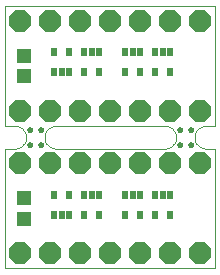
<source format=gbs>
G75*
%MOIN*%
%OFA0B0*%
%FSLAX24Y24*%
%IPPOS*%
%LPD*%
%AMOC8*
5,1,8,0,0,1.08239X$1,22.5*
%
%ADD10C,0.0000*%
%ADD11C,0.0197*%
%ADD12R,0.0465X0.0453*%
%ADD13R,0.0197X0.0316*%
%ADD14OC8,0.0740*%
D10*
X000330Y000150D02*
X000330Y004145D01*
X000643Y004145D01*
X000680Y004147D01*
X000717Y004152D01*
X000753Y004161D01*
X000788Y004174D01*
X000821Y004190D01*
X000853Y004209D01*
X000883Y004231D01*
X000910Y004256D01*
X000935Y004283D01*
X000957Y004313D01*
X000976Y004345D01*
X000992Y004378D01*
X001005Y004413D01*
X001014Y004449D01*
X001019Y004486D01*
X001021Y004523D01*
X001019Y004560D01*
X001014Y004597D01*
X001005Y004633D01*
X000992Y004668D01*
X000976Y004701D01*
X000957Y004733D01*
X000935Y004763D01*
X000910Y004790D01*
X000883Y004815D01*
X000853Y004837D01*
X000821Y004856D01*
X000788Y004872D01*
X000753Y004885D01*
X000717Y004894D01*
X000680Y004899D01*
X000643Y004901D01*
X000643Y004900D02*
X000330Y004900D01*
X000330Y008895D01*
X007322Y008895D01*
X007322Y004900D01*
X007018Y004900D01*
X007018Y004901D02*
X006981Y004899D01*
X006944Y004894D01*
X006908Y004885D01*
X006873Y004872D01*
X006840Y004856D01*
X006808Y004837D01*
X006778Y004815D01*
X006751Y004790D01*
X006726Y004763D01*
X006704Y004733D01*
X006685Y004701D01*
X006669Y004668D01*
X006656Y004633D01*
X006647Y004597D01*
X006642Y004560D01*
X006640Y004523D01*
X006642Y004486D01*
X006647Y004449D01*
X006656Y004413D01*
X006669Y004378D01*
X006685Y004345D01*
X006704Y004313D01*
X006726Y004283D01*
X006751Y004256D01*
X006778Y004231D01*
X006808Y004209D01*
X006840Y004190D01*
X006873Y004174D01*
X006908Y004161D01*
X006944Y004152D01*
X006981Y004147D01*
X007018Y004145D01*
X007322Y004145D01*
X007322Y000150D01*
X000330Y000150D01*
X002018Y004145D02*
X005643Y004145D01*
X005680Y004147D01*
X005717Y004152D01*
X005753Y004161D01*
X005788Y004174D01*
X005821Y004190D01*
X005853Y004209D01*
X005883Y004231D01*
X005910Y004256D01*
X005935Y004283D01*
X005957Y004313D01*
X005976Y004345D01*
X005992Y004378D01*
X006005Y004413D01*
X006014Y004449D01*
X006019Y004486D01*
X006021Y004523D01*
X006019Y004560D01*
X006014Y004597D01*
X006005Y004633D01*
X005992Y004668D01*
X005976Y004701D01*
X005957Y004733D01*
X005935Y004763D01*
X005910Y004790D01*
X005883Y004815D01*
X005853Y004837D01*
X005821Y004856D01*
X005788Y004872D01*
X005753Y004885D01*
X005717Y004894D01*
X005680Y004899D01*
X005643Y004901D01*
X005643Y004900D02*
X002018Y004900D01*
X002018Y004901D02*
X001981Y004899D01*
X001944Y004894D01*
X001908Y004885D01*
X001873Y004872D01*
X001840Y004856D01*
X001808Y004837D01*
X001778Y004815D01*
X001751Y004790D01*
X001726Y004763D01*
X001704Y004733D01*
X001685Y004701D01*
X001669Y004668D01*
X001656Y004633D01*
X001647Y004597D01*
X001642Y004560D01*
X001640Y004523D01*
X001642Y004486D01*
X001647Y004449D01*
X001656Y004413D01*
X001669Y004378D01*
X001685Y004345D01*
X001704Y004313D01*
X001726Y004283D01*
X001751Y004256D01*
X001778Y004231D01*
X001808Y004209D01*
X001840Y004190D01*
X001873Y004174D01*
X001908Y004161D01*
X001944Y004152D01*
X001981Y004147D01*
X002018Y004145D01*
X001439Y004275D02*
X001441Y004293D01*
X001447Y004309D01*
X001456Y004324D01*
X001469Y004337D01*
X001484Y004346D01*
X001500Y004352D01*
X001518Y004354D01*
X001536Y004352D01*
X001552Y004346D01*
X001567Y004337D01*
X001580Y004324D01*
X001589Y004309D01*
X001595Y004293D01*
X001597Y004275D01*
X001595Y004257D01*
X001589Y004241D01*
X001580Y004226D01*
X001567Y004213D01*
X001552Y004204D01*
X001536Y004198D01*
X001518Y004196D01*
X001500Y004198D01*
X001484Y004204D01*
X001469Y004213D01*
X001456Y004226D01*
X001447Y004241D01*
X001441Y004257D01*
X001439Y004275D01*
X001064Y004275D02*
X001066Y004293D01*
X001072Y004309D01*
X001081Y004324D01*
X001094Y004337D01*
X001109Y004346D01*
X001125Y004352D01*
X001143Y004354D01*
X001161Y004352D01*
X001177Y004346D01*
X001192Y004337D01*
X001205Y004324D01*
X001214Y004309D01*
X001220Y004293D01*
X001222Y004275D01*
X001220Y004257D01*
X001214Y004241D01*
X001205Y004226D01*
X001192Y004213D01*
X001177Y004204D01*
X001161Y004198D01*
X001143Y004196D01*
X001125Y004198D01*
X001109Y004204D01*
X001094Y004213D01*
X001081Y004226D01*
X001072Y004241D01*
X001066Y004257D01*
X001064Y004275D01*
X001064Y004775D02*
X001066Y004793D01*
X001072Y004809D01*
X001081Y004824D01*
X001094Y004837D01*
X001109Y004846D01*
X001125Y004852D01*
X001143Y004854D01*
X001161Y004852D01*
X001177Y004846D01*
X001192Y004837D01*
X001205Y004824D01*
X001214Y004809D01*
X001220Y004793D01*
X001222Y004775D01*
X001220Y004757D01*
X001214Y004741D01*
X001205Y004726D01*
X001192Y004713D01*
X001177Y004704D01*
X001161Y004698D01*
X001143Y004696D01*
X001125Y004698D01*
X001109Y004704D01*
X001094Y004713D01*
X001081Y004726D01*
X001072Y004741D01*
X001066Y004757D01*
X001064Y004775D01*
X001439Y004775D02*
X001441Y004793D01*
X001447Y004809D01*
X001456Y004824D01*
X001469Y004837D01*
X001484Y004846D01*
X001500Y004852D01*
X001518Y004854D01*
X001536Y004852D01*
X001552Y004846D01*
X001567Y004837D01*
X001580Y004824D01*
X001589Y004809D01*
X001595Y004793D01*
X001597Y004775D01*
X001595Y004757D01*
X001589Y004741D01*
X001580Y004726D01*
X001567Y004713D01*
X001552Y004704D01*
X001536Y004698D01*
X001518Y004696D01*
X001500Y004698D01*
X001484Y004704D01*
X001469Y004713D01*
X001456Y004726D01*
X001447Y004741D01*
X001441Y004757D01*
X001439Y004775D01*
X006064Y004775D02*
X006066Y004793D01*
X006072Y004809D01*
X006081Y004824D01*
X006094Y004837D01*
X006109Y004846D01*
X006125Y004852D01*
X006143Y004854D01*
X006161Y004852D01*
X006177Y004846D01*
X006192Y004837D01*
X006205Y004824D01*
X006214Y004809D01*
X006220Y004793D01*
X006222Y004775D01*
X006220Y004757D01*
X006214Y004741D01*
X006205Y004726D01*
X006192Y004713D01*
X006177Y004704D01*
X006161Y004698D01*
X006143Y004696D01*
X006125Y004698D01*
X006109Y004704D01*
X006094Y004713D01*
X006081Y004726D01*
X006072Y004741D01*
X006066Y004757D01*
X006064Y004775D01*
X006064Y004275D02*
X006066Y004293D01*
X006072Y004309D01*
X006081Y004324D01*
X006094Y004337D01*
X006109Y004346D01*
X006125Y004352D01*
X006143Y004354D01*
X006161Y004352D01*
X006177Y004346D01*
X006192Y004337D01*
X006205Y004324D01*
X006214Y004309D01*
X006220Y004293D01*
X006222Y004275D01*
X006220Y004257D01*
X006214Y004241D01*
X006205Y004226D01*
X006192Y004213D01*
X006177Y004204D01*
X006161Y004198D01*
X006143Y004196D01*
X006125Y004198D01*
X006109Y004204D01*
X006094Y004213D01*
X006081Y004226D01*
X006072Y004241D01*
X006066Y004257D01*
X006064Y004275D01*
X006439Y004275D02*
X006441Y004293D01*
X006447Y004309D01*
X006456Y004324D01*
X006469Y004337D01*
X006484Y004346D01*
X006500Y004352D01*
X006518Y004354D01*
X006536Y004352D01*
X006552Y004346D01*
X006567Y004337D01*
X006580Y004324D01*
X006589Y004309D01*
X006595Y004293D01*
X006597Y004275D01*
X006595Y004257D01*
X006589Y004241D01*
X006580Y004226D01*
X006567Y004213D01*
X006552Y004204D01*
X006536Y004198D01*
X006518Y004196D01*
X006500Y004198D01*
X006484Y004204D01*
X006469Y004213D01*
X006456Y004226D01*
X006447Y004241D01*
X006441Y004257D01*
X006439Y004275D01*
X006439Y004775D02*
X006441Y004793D01*
X006447Y004809D01*
X006456Y004824D01*
X006469Y004837D01*
X006484Y004846D01*
X006500Y004852D01*
X006518Y004854D01*
X006536Y004852D01*
X006552Y004846D01*
X006567Y004837D01*
X006580Y004824D01*
X006589Y004809D01*
X006595Y004793D01*
X006597Y004775D01*
X006595Y004757D01*
X006589Y004741D01*
X006580Y004726D01*
X006567Y004713D01*
X006552Y004704D01*
X006536Y004698D01*
X006518Y004696D01*
X006500Y004698D01*
X006484Y004704D01*
X006469Y004713D01*
X006456Y004726D01*
X006447Y004741D01*
X006441Y004757D01*
X006439Y004775D01*
D11*
X006518Y004775D03*
X006143Y004775D03*
X006143Y004275D03*
X006518Y004275D03*
X001518Y004275D03*
X001143Y004275D03*
X001143Y004775D03*
X001518Y004775D03*
D12*
X000955Y006556D03*
X000955Y007244D03*
X000955Y002494D03*
X000955Y001806D03*
D13*
X001949Y001940D03*
X002205Y001940D03*
X002461Y001940D03*
X002949Y001940D03*
X003461Y001940D03*
X003461Y002610D03*
X003205Y002610D03*
X002949Y002610D03*
X002461Y002610D03*
X001949Y002610D03*
X004324Y002610D03*
X004580Y002610D03*
X004836Y002610D03*
X005324Y002610D03*
X005580Y002610D03*
X005836Y002610D03*
X005836Y001940D03*
X005324Y001940D03*
X004836Y001940D03*
X004324Y001940D03*
X004324Y006690D03*
X004836Y006690D03*
X005324Y006690D03*
X005836Y006690D03*
X005836Y007360D03*
X005580Y007360D03*
X005324Y007360D03*
X004836Y007360D03*
X004580Y007360D03*
X004324Y007360D03*
X003461Y007360D03*
X003205Y007360D03*
X002949Y007360D03*
X002461Y007360D03*
X001949Y007360D03*
X001949Y006690D03*
X002205Y006690D03*
X002461Y006690D03*
X002949Y006690D03*
X003461Y006690D03*
D14*
X003830Y005400D03*
X004830Y005400D03*
X005830Y005400D03*
X006830Y005400D03*
X006830Y003650D03*
X005830Y003650D03*
X004830Y003650D03*
X003830Y003650D03*
X002830Y003650D03*
X001830Y003650D03*
X000830Y003650D03*
X000830Y005400D03*
X001830Y005400D03*
X002830Y005400D03*
X002830Y008400D03*
X001830Y008400D03*
X000830Y008400D03*
X003830Y008400D03*
X004830Y008400D03*
X005830Y008400D03*
X006830Y008400D03*
X006830Y000650D03*
X005830Y000650D03*
X004830Y000650D03*
X003830Y000650D03*
X002830Y000650D03*
X001830Y000650D03*
X000830Y000650D03*
M02*

</source>
